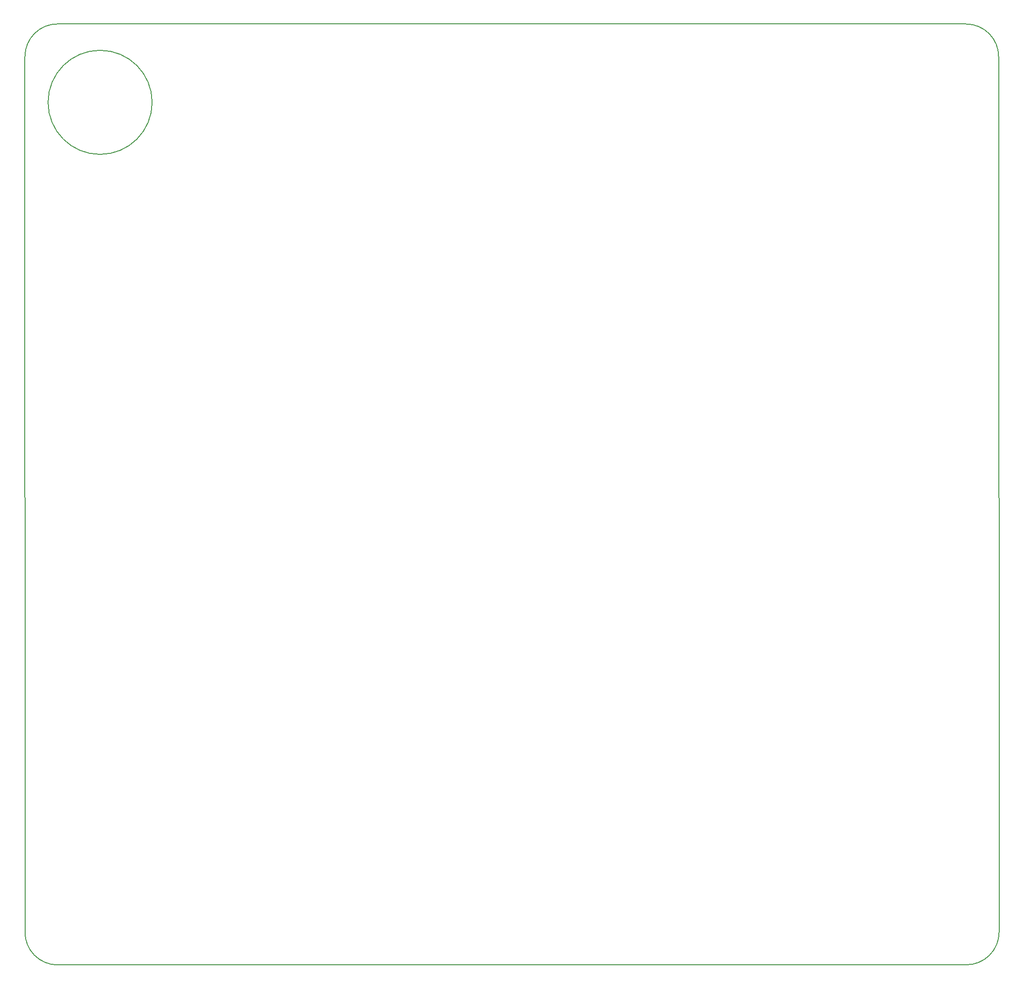
<source format=gbr>
%TF.GenerationSoftware,KiCad,Pcbnew,(7.0.0)*%
%TF.CreationDate,2023-05-29T22:26:49+03:00*%
%TF.ProjectId,Africa PCB,41667269-6361-4205-9043-422e6b696361,rev?*%
%TF.SameCoordinates,Original*%
%TF.FileFunction,Profile,NP*%
%FSLAX46Y46*%
G04 Gerber Fmt 4.6, Leading zero omitted, Abs format (unit mm)*
G04 Created by KiCad (PCBNEW (7.0.0)) date 2023-05-29 22:26:49*
%MOMM*%
%LPD*%
G01*
G04 APERTURE LIST*
%TA.AperFunction,Profile*%
%ADD10C,0.200000*%
%TD*%
G04 APERTURE END LIST*
D10*
X46751356Y-28375000D02*
G75*
G03*
X46751356Y-28375000I-9451356J0D01*
G01*
X29634216Y-14137395D02*
X194525000Y-14150000D01*
X29634216Y-14137394D02*
G75*
G03*
X23653537Y-20062605I-55216J-5925206D01*
G01*
X200450243Y-20130679D02*
G75*
G03*
X194525000Y-14150000I-5925243J55179D01*
G01*
X23662395Y-179015784D02*
X23653537Y-20062605D01*
X194549790Y-184975000D02*
X29587605Y-184996463D01*
X23662394Y-179015784D02*
G75*
G03*
X29587605Y-184996463I5925206J-55216D01*
G01*
X194549790Y-184975012D02*
G75*
G03*
X200530469Y-179049790I55210J5925212D01*
G01*
X200450210Y-20130679D02*
X200530469Y-179049790D01*
M02*

</source>
